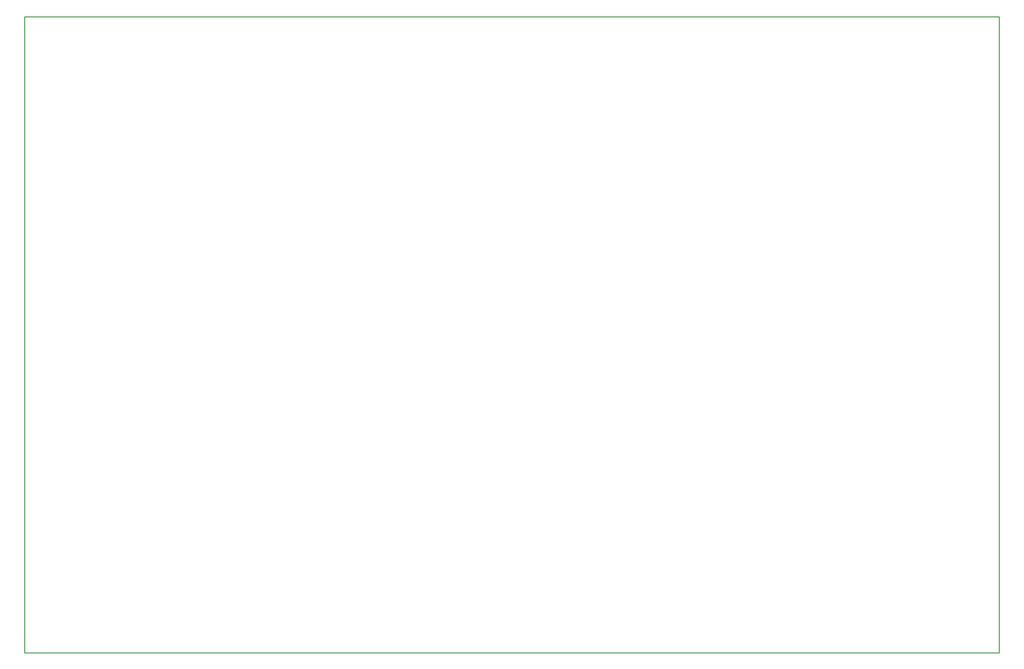
<source format=gm1>
%TF.GenerationSoftware,KiCad,Pcbnew,8.0.5*%
%TF.CreationDate,2024-11-24T13:48:29-06:00*%
%TF.ProjectId,Autonomous_Gardening_Rover_v2,4175746f-6e6f-46d6-9f75-735f47617264,rev?*%
%TF.SameCoordinates,Original*%
%TF.FileFunction,Profile,NP*%
%FSLAX46Y46*%
G04 Gerber Fmt 4.6, Leading zero omitted, Abs format (unit mm)*
G04 Created by KiCad (PCBNEW 8.0.5) date 2024-11-24 13:48:29*
%MOMM*%
%LPD*%
G01*
G04 APERTURE LIST*
%TA.AperFunction,Profile*%
%ADD10C,0.050000*%
%TD*%
G04 APERTURE END LIST*
D10*
X50000000Y-75000000D02*
X145000000Y-75000000D01*
X145000000Y-137100000D01*
X50000000Y-137100000D01*
X50000000Y-75000000D01*
M02*

</source>
